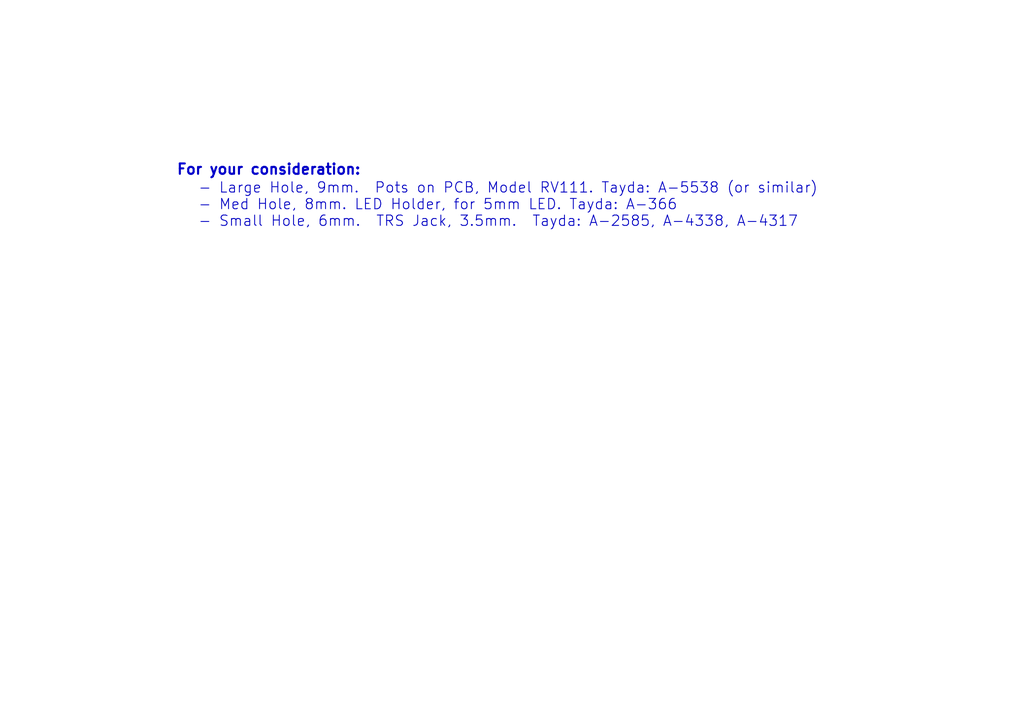
<source format=kicad_sch>
(kicad_sch
	(version 20250114)
	(generator "eeschema")
	(generator_version "9.0")
	(uuid "c2c2e577-abb1-43fa-8ce7-137d23581efb")
	(paper "A4")
	(title_block
		(title "Single Module Face Plate Reference Design")
		(date "2025-08-12")
		(rev "A")
		(company "by Circuit Monkey")
		(comment 1 "ASMR :: Advanced Synth Module Rack")
		(comment 2 "Face Plate for a AMSR Single Slot Module")
	)
	(lib_symbols)
	(text " - Large Hole, 9mm.  Pots on PCB, Model RV111. Tayda: A-5538 (or similar)\n - Med Hole, 8mm. LED Holder, for 5mm LED. Tayda: A-366\n - Small Hole, 6mm.  TRS Jack, 3.5mm.  Tayda: A-2585, A-4338, A-4317"
		(exclude_from_sim no)
		(at 55.118 52.832 0)
		(effects
			(font
				(size 3 3)
				(thickness 0.254)
				(bold yes)
			)
			(justify left top)
		)
		(uuid "44a3ec7d-a9ae-48fd-ba54-77eddba28b89")
	)
	(text "For your consideration:"
		(exclude_from_sim no)
		(at 51.054 51.054 0)
		(effects
			(font
				(size 3 3)
				(thickness 0.6)
				(bold yes)
			)
			(justify left bottom)
		)
		(uuid "f322cb03-d074-40ea-8a92-6cd8869ff845")
	)
	(sheet_instances
		(path "/"
			(page "1")
		)
	)
	(embedded_fonts no)
)

</source>
